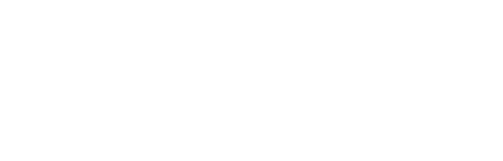
<source format=gbr>
%TF.GenerationSoftware,Altium Limited,Altium Designer,22.6.1 (34)*%
G04 Layer_Color=0*
%FSLAX45Y45*%
%MOMM*%
%TF.SameCoordinates,07F994AE-BB1C-4BEA-A643-928B9DFDCC76*%
%TF.FilePolarity,Positive*%
%TF.FileFunction,Plated,1,2,Blind,Drill*%
%TF.Part,Single*%
G01*
G75*
%TA.AperFunction,ViaDrill,NotFilled*%
%ADD189C,0.12500*%
D189*
X1995000Y2535000D02*
D03*
X4880000Y2280000D02*
D03*
X1488949Y1907700D02*
D03*
X1956249Y1875000D02*
D03*
X1481250Y1981250D02*
D03*
X1443742Y1950007D02*
D03*
X1949999Y1475000D02*
D03*
Y1575000D02*
D03*
Y1650000D02*
D03*
Y1737500D02*
D03*
X1687499Y1468750D02*
D03*
X1587499D02*
D03*
X1443749Y1475000D02*
D03*
Y1537500D02*
D03*
Y1600000D02*
D03*
Y1662500D02*
D03*
Y1750000D02*
D03*
Y1875000D02*
D03*
Y1812500D02*
D03*
X1574999Y1985000D02*
D03*
X5490000Y2200000D02*
D03*
X2180000Y1250000D02*
D03*
X1725000Y1985000D02*
D03*
X1875000D02*
D03*
X1799999Y1983231D02*
D03*
X1649999D02*
D03*
%TF.MD5,f3300738c0d5b53af43f835d6b27a33c*%
M02*

</source>
